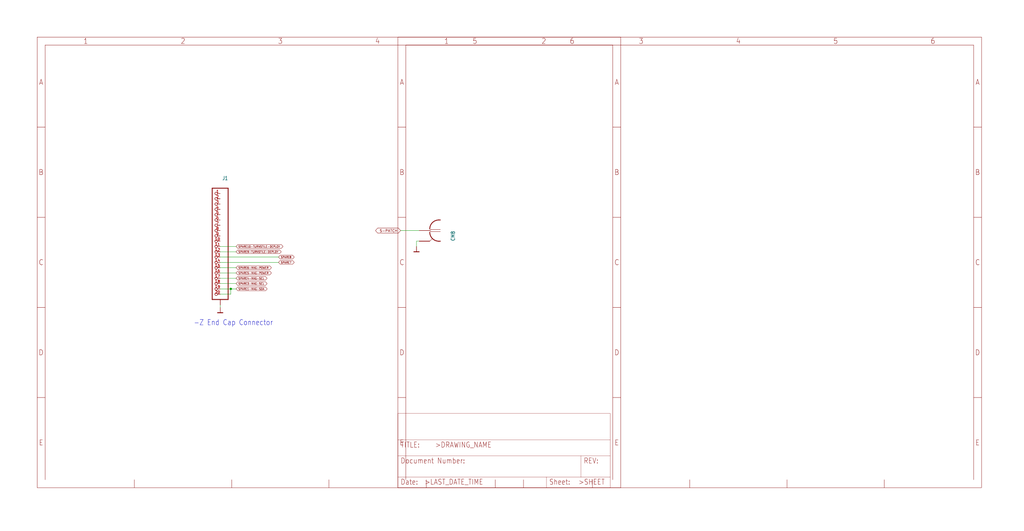
<source format=kicad_sch>
(kicad_sch (version 20211123) (generator eeschema)
  (paper "User" 490.22 254.406)
  (lib_symbols
    (symbol "oresat0-1u-backplane-eagle-import:5-104196-5"
      (property "Reference" "J" (at -6.35 29.21 0))
      (property "Value" "5-104196-5" (at -6.35 26.67 0))
      (symbol "5-104196-5_1_0"
        (polyline (pts (xy -6.35 -27.94) (xy 1.27 -27.94)) (stroke (width 0.4064)))
        (polyline (pts (xy -6.35 25.4) (xy -6.35 -27.94)) (stroke (width 0.4064)))
        (polyline (pts (xy 1.27 -27.94) (xy 1.27 25.4)) (stroke (width 0.4064)))
        (polyline (pts (xy 1.27 25.4) (xy -6.35 25.4)) (stroke (width 0.4064)))
        (pin passive inverted (at -2.54 22.86 0) (length 2.54) (name "1") (number "1"))
        (pin passive inverted (at -2.54 0 0) (length 2.54) (name "10") (number "10"))
        (pin passive inverted (at -2.54 -2.54 0) (length 2.54) (name "11") (number "11"))
        (pin passive inverted (at -2.54 -5.08 0) (length 2.54) (name "12") (number "12"))
        (pin passive inverted (at -2.54 -7.62 0) (length 2.54) (name "13") (number "13"))
        (pin passive inverted (at -2.54 -10.16 0) (length 2.54) (name "14") (number "14"))
        (pin passive inverted (at -2.54 -12.7 0) (length 2.54) (name "15") (number "15"))
        (pin passive inverted (at -2.54 -15.24 0) (length 2.54) (name "16") (number "16"))
        (pin passive inverted (at -2.54 -17.78 0) (length 2.54) (name "17") (number "17"))
        (pin passive inverted (at -2.54 -20.32 0) (length 2.54) (name "18") (number "18"))
        (pin passive inverted (at -2.54 -22.86 0) (length 2.54) (name "19") (number "19"))
        (pin passive inverted (at -2.54 20.32 0) (length 2.54) (name "2") (number "2"))
        (pin passive inverted (at -2.54 -25.4 0) (length 2.54) (name "20") (number "20"))
        (pin passive inverted (at -2.54 17.78 0) (length 2.54) (name "3") (number "3"))
        (pin passive inverted (at -2.54 15.24 0) (length 2.54) (name "4") (number "4"))
        (pin passive inverted (at -2.54 12.7 0) (length 2.54) (name "5") (number "5"))
        (pin passive inverted (at -2.54 10.16 0) (length 2.54) (name "6") (number "6"))
        (pin passive inverted (at -2.54 7.62 0) (length 2.54) (name "7") (number "7"))
        (pin passive inverted (at -2.54 5.08 0) (length 2.54) (name "8") (number "8"))
        (pin passive inverted (at -2.54 2.54 0) (length 2.54) (name "9") (number "9"))
        (pin passive line (at -2.54 -30.48 90) (length 2.54) (name "HD") (number "HD1"))
        (pin passive line (at -2.54 -30.48 90) (length 2.54) (name "HD") (number "HD2"))
        (pin passive line (at -2.54 -30.48 90) (length 2.54) (name "HD") (number "HD3"))
      )
    )
    (symbol "oresat0-1u-backplane-eagle-import:FRAME_A_L"
      (symbol "FRAME_A_L_0_0"
        (polyline (pts (xy 0 43.18) (xy 3.81 43.18)))
        (polyline (pts (xy 0 86.36) (xy 3.81 86.36)))
        (polyline (pts (xy 0 129.54) (xy 3.81 129.54)))
        (polyline (pts (xy 0 172.72) (xy 3.81 172.72)))
        (polyline (pts (xy 3.81 3.81) (xy 3.81 212.09)))
        (polyline (pts (xy 46.5667 0) (xy 46.5667 3.81)))
        (polyline (pts (xy 93.1333 0) (xy 93.1333 3.81)))
        (polyline (pts (xy 139.7 0) (xy 139.7 3.81)))
        (polyline (pts (xy 186.2667 0) (xy 186.2667 3.81)))
        (polyline (pts (xy 232.8333 0) (xy 232.8333 3.81)))
        (polyline (pts (xy 275.59 3.81) (xy 275.59 212.09)))
        (polyline (pts (xy 275.59 43.18) (xy 279.4 43.18)))
        (polyline (pts (xy 275.59 86.36) (xy 279.4 86.36)))
        (polyline (pts (xy 275.59 129.54) (xy 279.4 129.54)))
        (polyline (pts (xy 275.59 172.72) (xy 279.4 172.72)))
        (polyline (pts (xy 275.59 212.09) (xy 3.81 212.09)))
        (polyline (pts (xy 0 0) (xy 279.4 0) (xy 279.4 215.9) (xy 0 215.9) (xy 0 0)))
        (text "1" (at 23.2833 213.995 0) (effects (font (size 2.54 2.286))))
        (text "2" (at 69.85 213.995 0) (effects (font (size 2.54 2.286))))
        (text "3" (at 116.4167 213.995 0) (effects (font (size 2.54 2.286))))
        (text "4" (at 162.9833 213.995 0) (effects (font (size 2.54 2.286))))
        (text "5" (at 209.55 213.995 0) (effects (font (size 2.54 2.286))))
        (text "6" (at 256.1167 213.995 0) (effects (font (size 2.54 2.286))))
        (text "A" (at 1.905 194.31 0) (effects (font (size 2.54 2.286))))
        (text "A" (at 277.495 194.31 0) (effects (font (size 2.54 2.286))))
        (text "B" (at 1.905 151.13 0) (effects (font (size 2.54 2.286))))
        (text "B" (at 277.495 151.13 0) (effects (font (size 2.54 2.286))))
        (text "C" (at 1.905 107.95 0) (effects (font (size 2.54 2.286))))
        (text "C" (at 277.495 107.95 0) (effects (font (size 2.54 2.286))))
        (text "D" (at 1.905 64.77 0) (effects (font (size 2.54 2.286))))
        (text "D" (at 277.495 64.77 0) (effects (font (size 2.54 2.286))))
        (text "E" (at 1.905 21.59 0) (effects (font (size 2.54 2.286))))
        (text "E" (at 277.495 21.59 0) (effects (font (size 2.54 2.286))))
      )
      (symbol "FRAME_A_L_2_0"
        (polyline (pts (xy 0 0) (xy 0 5.08)) (stroke (width 0.1016)))
        (polyline (pts (xy 0 0) (xy 71.12 0)) (stroke (width 0.1016)))
        (polyline (pts (xy 0 5.08) (xy 0 15.24)) (stroke (width 0.1016)))
        (polyline (pts (xy 0 5.08) (xy 71.12 5.08)) (stroke (width 0.1016)))
        (polyline (pts (xy 0 15.24) (xy 0 22.86)) (stroke (width 0.1016)))
        (polyline (pts (xy 0 22.86) (xy 0 35.56)) (stroke (width 0.1016)))
        (polyline (pts (xy 0 22.86) (xy 101.6 22.86)) (stroke (width 0.1016)))
        (polyline (pts (xy 71.12 0) (xy 101.6 0)) (stroke (width 0.1016)))
        (polyline (pts (xy 71.12 5.08) (xy 71.12 0)) (stroke (width 0.1016)))
        (polyline (pts (xy 71.12 5.08) (xy 87.63 5.08)) (stroke (width 0.1016)))
        (polyline (pts (xy 87.63 5.08) (xy 101.6 5.08)) (stroke (width 0.1016)))
        (polyline (pts (xy 87.63 15.24) (xy 0 15.24)) (stroke (width 0.1016)))
        (polyline (pts (xy 87.63 15.24) (xy 87.63 5.08)) (stroke (width 0.1016)))
        (polyline (pts (xy 101.6 5.08) (xy 101.6 0)) (stroke (width 0.1016)))
        (polyline (pts (xy 101.6 15.24) (xy 87.63 15.24)) (stroke (width 0.1016)))
        (polyline (pts (xy 101.6 15.24) (xy 101.6 5.08)) (stroke (width 0.1016)))
        (polyline (pts (xy 101.6 22.86) (xy 101.6 15.24)) (stroke (width 0.1016)))
        (polyline (pts (xy 101.6 35.56) (xy 0 35.56)) (stroke (width 0.1016)))
        (polyline (pts (xy 101.6 35.56) (xy 101.6 22.86)) (stroke (width 0.1016)))
        (text ">DRAWING_NAME" (at 17.78 19.05 0) (effects (font (size 2.54 2.159)) (justify left bottom)))
        (text ">LAST_DATE_TIME" (at 12.7 1.27 0) (effects (font (size 2.54 2.159)) (justify left bottom)))
        (text ">SHEET" (at 86.36 1.27 0) (effects (font (size 2.54 2.159)) (justify left bottom)))
        (text "Date:" (at 1.27 1.27 0) (effects (font (size 2.54 2.159)) (justify left bottom)))
        (text "Document Number:" (at 1.27 11.43 0) (effects (font (size 2.54 2.159)) (justify left bottom)))
        (text "REV:" (at 88.9 11.43 0) (effects (font (size 2.54 2.159)) (justify left bottom)))
        (text "Sheet:" (at 72.39 1.27 0) (effects (font (size 2.54 2.159)) (justify left bottom)))
        (text "TITLE:" (at 1.27 19.05 0) (effects (font (size 2.54 2.159)) (justify left bottom)))
      )
    )
    (symbol "oresat0-1u-backplane-eagle-import:GND" (power)
      (symbol "GND_1_0"
        (polyline (pts (xy -1.27 -2.54) (xy 1.27 -2.54)) (stroke (width 0.4064)))
        (pin power_in line (at 0 0 270) (length 2.54) (name "GND") (number "1"))
      )
    )
    (symbol "oresat0-1u-backplane-eagle-import:U.FL-R-SMA"
      (property "Value" "U.FL-R-SMA" (at -5.08 6.35 0))
      (symbol "U.FL-R-SMA_1_0"
        (arc (start -5.08 4.318) (mid -3.8153 1.2647) (end -0.762 0) (stroke (width 0.381)))
        (polyline (pts (xy -5.08 0) (xy -3.81 1.27)) (stroke (width 0.1524)))
        (polyline (pts (xy -5.08 5.08) (xy -5.08 4.318)) (stroke (width 0.381)))
        (polyline (pts (xy -0.508 0.508) (xy 0 0)) (stroke (width 0.1524)))
        (polyline (pts (xy -0.508 5.08) (xy -0.508 0.508)) (stroke (width 0.1524)))
        (polyline (pts (xy 0 0) (xy 0.508 0.508)) (stroke (width 0.1524)))
        (polyline (pts (xy 0.508 0.508) (xy 0.508 5.08)) (stroke (width 0.1524)))
        (polyline (pts (xy 5.08 5.08) (xy 5.08 4.318)) (stroke (width 0.381)))
        (arc (start 0.762 0) (mid 3.8153 1.2647) (end 5.08 4.318) (stroke (width 0.381)))
        (pin bidirectional line (at 0 -5.08 90) (length 5.08) (name "P$1") (number "1"))
        (pin bidirectional line (at -5.08 -5.08 90) (length 5.08) (name "P$2") (number "2"))
        (pin bidirectional line (at -5.08 -5.08 90) (length 5.08) (name "P$2") (number "3"))
      )
    )
  )
  (junction (at 110.49 138.43))
  (wire (pts (xy 105.41 135.89) (xy 113.03 135.89)))
  (wire (pts (xy 110.49 140.97) (xy 110.49 138.43)))
  (wire (pts (xy 105.41 123.19) (xy 133.35 123.19)))
  (wire (pts (xy 200.66 110.49) (xy 191.77 110.49)))
  (wire (pts (xy 105.41 133.35) (xy 113.03 133.35)))
  (wire (pts (xy 105.41 118.11) (xy 113.03 118.11)))
  (wire (pts (xy 105.41 120.65) (xy 113.03 120.65)))
  (wire (pts (xy 105.41 147.32) (xy 105.41 146.05)))
  (wire (pts (xy 105.41 128.27) (xy 113.03 128.27)))
  (wire (pts (xy 105.41 125.73) (xy 133.35 125.73)))
  (wire (pts (xy 110.49 138.43) (xy 113.03 138.43)))
  (wire (pts (xy 105.41 130.81) (xy 113.03 130.81)))
  (wire (pts (xy 105.41 140.97) (xy 110.49 140.97)))
  (wire (pts (xy 199.39 118.11) (xy 199.39 115.57)))
  (wire (pts (xy 199.39 115.57) (xy 200.66 115.57)))
  (wire (pts (xy 105.41 138.43) (xy 110.49 138.43)))
  (text "-Z End Cap Connector" (at 92.71 156.21 180) (effects (font (size 2.54 2.159)) (justify left bottom)))
  (global_label "SPARE3-MAG-SCL" (shape bidirectional) (at 113.03 135.89 0) (effects (font (size 0.889 0.889))) (property "Intersheet References" "${INTERSHEET_REFS}" (effects hide)))
  (global_label "SPARE6-MAG-POWER" (shape bidirectional) (at 113.03 128.27 0) (effects (font (size 0.889 0.889))) (property "Intersheet References" "${INTERSHEET_REFS}" (effects hide)))
  (global_label "SPARE10-TURNSTILE-DEPLOY" (shape bidirectional) (at 113.03 118.11 0) (effects (font (size 0.889 0.889))) (property "Intersheet References" "${INTERSHEET_REFS}" (effects hide)))
  (global_label "SPARE8" (shape bidirectional) (at 133.35 123.19 0) (effects (font (size 0.889 0.889))) (property "Intersheet References" "${INTERSHEET_REFS}" (effects hide)))
  (global_label "SPARE7" (shape bidirectional) (at 133.35 125.73 0) (effects (font (size 0.889 0.889))) (property "Intersheet References" "${INTERSHEET_REFS}" (effects hide)))
  (global_label "SPARE9-TURNSTILE-DEPLOY" (shape bidirectional) (at 113.03 120.65 0) (effects (font (size 0.889 0.889))) (property "Intersheet References" "${INTERSHEET_REFS}" (effects hide)))
  (global_label "S-PATCH" (shape bidirectional) (at 191.77 110.49 180) (effects (font (size 1.2446 1.2446))) (property "Intersheet References" "${INTERSHEET_REFS}" (effects hide)))
  (global_label "SPARE1-MAG-SDA" (shape bidirectional) (at 113.03 138.43 0) (effects (font (size 0.889 0.889))) (property "Intersheet References" "${INTERSHEET_REFS}" (effects hide)))
  (global_label "SPARE5-MAG-POWER" (shape bidirectional) (at 113.03 130.81 0) (effects (font (size 0.889 0.889))) (property "Intersheet References" "${INTERSHEET_REFS}" (effects hide)))
  (global_label "SPARE4-MAG-SCL" (shape bidirectional) (at 113.03 133.35 0) (effects (font (size 0.889 0.889))) (property "Intersheet References" "${INTERSHEET_REFS}" (effects hide)))
  (symbol (lib_id "oresat0-1u-backplane-eagle-import:FRAME_A_L") (at 190.5 233.68 0) (unit 2)
    (property "Reference" "#FRAME12" (effects hide))
  )
  (symbol (lib_id "oresat0-1u-backplane-eagle-import:FRAME_A_L") (at 17.78 233.68 0) (unit 1)
    (property "Reference" "#FRAME12" (effects hide))
  )
  (symbol (lib_id "oresat0-1u-backplane-eagle-import:5-104196-5") (at 102.87 115.57 0) (mirror y) (unit 1)
    (property "Reference" "J1" (at 109.22 86.36 0) (effects (font (size 1.778 1.5113)) (justify left bottom)))
  )
  (symbol (lib_id "oresat0-1u-backplane-eagle-import:GND") (at 199.39 118.11 0) (unit 1)
    (property "Reference" "#GND8" (effects hide))
  )
  (symbol (lib_id "oresat0-1u-backplane-eagle-import:U.FL-R-SMA") (at 205.74 110.49 270) (mirror x) (unit 1)
    (property "Reference" "CM8" (at 215.9 115.57 0) (effects (font (size 1.778 1.5113)) (justify left bottom)))
  )
  (symbol (lib_id "oresat0-1u-backplane-eagle-import:GND") (at 105.41 147.32 0) (unit 1)
    (property "Reference" "#GND6" (effects hide))
  )
)
</source>
